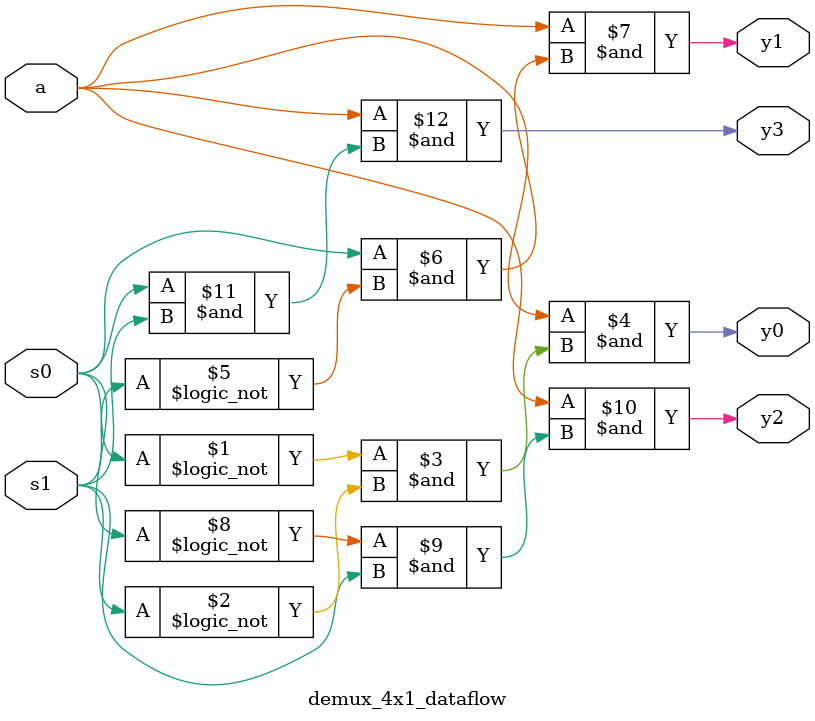
<source format=v>

module demux_4x1_dataflow(a,s0,s1,y0,y1,y2,y3);
input a;
input s0,s1;
output y0,y1,y2,y3;
assign y0=(a&((!s0)&(!s1)));
assign y1=(a&((s0)&(!s1)));
assign y2=(a&((!s0)&(s1)));
assign y3=(a&(s0&s1));

endmodule

</source>
